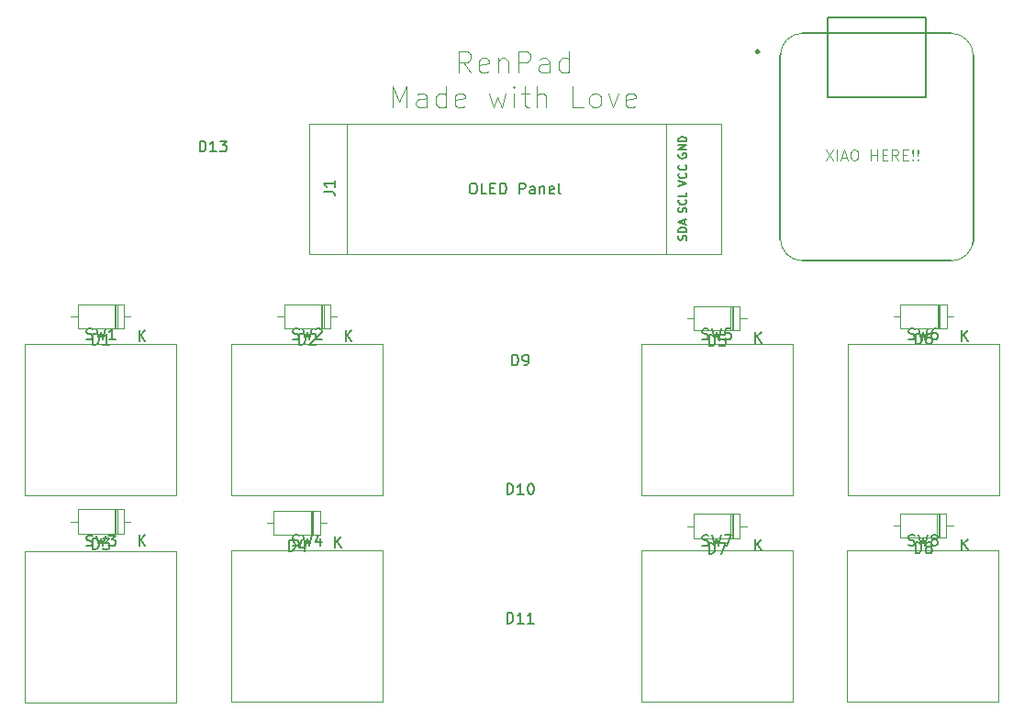
<source format=gbr>
%TF.GenerationSoftware,KiCad,Pcbnew,9.0.7*%
%TF.CreationDate,2026-02-18T12:12:19+05:30*%
%TF.ProjectId,RenPad,52656e50-6164-42e6-9b69-6361645f7063,rev?*%
%TF.SameCoordinates,Original*%
%TF.FileFunction,Legend,Top*%
%TF.FilePolarity,Positive*%
%FSLAX46Y46*%
G04 Gerber Fmt 4.6, Leading zero omitted, Abs format (unit mm)*
G04 Created by KiCad (PCBNEW 9.0.7) date 2026-02-18 12:12:19*
%MOMM*%
%LPD*%
G01*
G04 APERTURE LIST*
%ADD10C,0.100000*%
%ADD11C,0.150000*%
%ADD12C,0.200000*%
%ADD13C,0.120000*%
%ADD14C,0.040000*%
%ADD15C,0.127000*%
%ADD16C,0.254000*%
%ADD17C,0.025400*%
G04 APERTURE END LIST*
D10*
X174039896Y-63166169D02*
X174706562Y-64166169D01*
X174706562Y-63166169D02*
X174039896Y-64166169D01*
X175087515Y-64166169D02*
X175087515Y-63166169D01*
X175516086Y-63880454D02*
X175992276Y-63880454D01*
X175420848Y-64166169D02*
X175754181Y-63166169D01*
X175754181Y-63166169D02*
X176087514Y-64166169D01*
X176611324Y-63166169D02*
X176801800Y-63166169D01*
X176801800Y-63166169D02*
X176897038Y-63213788D01*
X176897038Y-63213788D02*
X176992276Y-63309026D01*
X176992276Y-63309026D02*
X177039895Y-63499502D01*
X177039895Y-63499502D02*
X177039895Y-63832835D01*
X177039895Y-63832835D02*
X176992276Y-64023311D01*
X176992276Y-64023311D02*
X176897038Y-64118550D01*
X176897038Y-64118550D02*
X176801800Y-64166169D01*
X176801800Y-64166169D02*
X176611324Y-64166169D01*
X176611324Y-64166169D02*
X176516086Y-64118550D01*
X176516086Y-64118550D02*
X176420848Y-64023311D01*
X176420848Y-64023311D02*
X176373229Y-63832835D01*
X176373229Y-63832835D02*
X176373229Y-63499502D01*
X176373229Y-63499502D02*
X176420848Y-63309026D01*
X176420848Y-63309026D02*
X176516086Y-63213788D01*
X176516086Y-63213788D02*
X176611324Y-63166169D01*
X178230372Y-64166169D02*
X178230372Y-63166169D01*
X178230372Y-63642359D02*
X178801800Y-63642359D01*
X178801800Y-64166169D02*
X178801800Y-63166169D01*
X179277991Y-63642359D02*
X179611324Y-63642359D01*
X179754181Y-64166169D02*
X179277991Y-64166169D01*
X179277991Y-64166169D02*
X179277991Y-63166169D01*
X179277991Y-63166169D02*
X179754181Y-63166169D01*
X180754181Y-64166169D02*
X180420848Y-63689978D01*
X180182753Y-64166169D02*
X180182753Y-63166169D01*
X180182753Y-63166169D02*
X180563705Y-63166169D01*
X180563705Y-63166169D02*
X180658943Y-63213788D01*
X180658943Y-63213788D02*
X180706562Y-63261407D01*
X180706562Y-63261407D02*
X180754181Y-63356645D01*
X180754181Y-63356645D02*
X180754181Y-63499502D01*
X180754181Y-63499502D02*
X180706562Y-63594740D01*
X180706562Y-63594740D02*
X180658943Y-63642359D01*
X180658943Y-63642359D02*
X180563705Y-63689978D01*
X180563705Y-63689978D02*
X180182753Y-63689978D01*
X181182753Y-63642359D02*
X181516086Y-63642359D01*
X181658943Y-64166169D02*
X181182753Y-64166169D01*
X181182753Y-64166169D02*
X181182753Y-63166169D01*
X181182753Y-63166169D02*
X181658943Y-63166169D01*
X182087515Y-64070930D02*
X182135134Y-64118550D01*
X182135134Y-64118550D02*
X182087515Y-64166169D01*
X182087515Y-64166169D02*
X182039896Y-64118550D01*
X182039896Y-64118550D02*
X182087515Y-64070930D01*
X182087515Y-64070930D02*
X182087515Y-64166169D01*
X182087515Y-63785216D02*
X182039896Y-63213788D01*
X182039896Y-63213788D02*
X182087515Y-63166169D01*
X182087515Y-63166169D02*
X182135134Y-63213788D01*
X182135134Y-63213788D02*
X182087515Y-63785216D01*
X182087515Y-63785216D02*
X182087515Y-63166169D01*
X182563705Y-64070930D02*
X182611324Y-64118550D01*
X182611324Y-64118550D02*
X182563705Y-64166169D01*
X182563705Y-64166169D02*
X182516086Y-64118550D01*
X182516086Y-64118550D02*
X182563705Y-64070930D01*
X182563705Y-64070930D02*
X182563705Y-64166169D01*
X182563705Y-63785216D02*
X182516086Y-63213788D01*
X182516086Y-63213788D02*
X182563705Y-63166169D01*
X182563705Y-63166169D02*
X182611324Y-63213788D01*
X182611324Y-63213788D02*
X182563705Y-63785216D01*
X182563705Y-63785216D02*
X182563705Y-63166169D01*
X141303868Y-56061400D02*
X140637201Y-55109019D01*
X140161011Y-56061400D02*
X140161011Y-54061400D01*
X140161011Y-54061400D02*
X140922916Y-54061400D01*
X140922916Y-54061400D02*
X141113392Y-54156638D01*
X141113392Y-54156638D02*
X141208630Y-54251876D01*
X141208630Y-54251876D02*
X141303868Y-54442352D01*
X141303868Y-54442352D02*
X141303868Y-54728066D01*
X141303868Y-54728066D02*
X141208630Y-54918542D01*
X141208630Y-54918542D02*
X141113392Y-55013781D01*
X141113392Y-55013781D02*
X140922916Y-55109019D01*
X140922916Y-55109019D02*
X140161011Y-55109019D01*
X142922916Y-55966162D02*
X142732440Y-56061400D01*
X142732440Y-56061400D02*
X142351487Y-56061400D01*
X142351487Y-56061400D02*
X142161011Y-55966162D01*
X142161011Y-55966162D02*
X142065773Y-55775685D01*
X142065773Y-55775685D02*
X142065773Y-55013781D01*
X142065773Y-55013781D02*
X142161011Y-54823304D01*
X142161011Y-54823304D02*
X142351487Y-54728066D01*
X142351487Y-54728066D02*
X142732440Y-54728066D01*
X142732440Y-54728066D02*
X142922916Y-54823304D01*
X142922916Y-54823304D02*
X143018154Y-55013781D01*
X143018154Y-55013781D02*
X143018154Y-55204257D01*
X143018154Y-55204257D02*
X142065773Y-55394733D01*
X143875297Y-54728066D02*
X143875297Y-56061400D01*
X143875297Y-54918542D02*
X143970535Y-54823304D01*
X143970535Y-54823304D02*
X144161011Y-54728066D01*
X144161011Y-54728066D02*
X144446726Y-54728066D01*
X144446726Y-54728066D02*
X144637202Y-54823304D01*
X144637202Y-54823304D02*
X144732440Y-55013781D01*
X144732440Y-55013781D02*
X144732440Y-56061400D01*
X145684821Y-56061400D02*
X145684821Y-54061400D01*
X145684821Y-54061400D02*
X146446726Y-54061400D01*
X146446726Y-54061400D02*
X146637202Y-54156638D01*
X146637202Y-54156638D02*
X146732440Y-54251876D01*
X146732440Y-54251876D02*
X146827678Y-54442352D01*
X146827678Y-54442352D02*
X146827678Y-54728066D01*
X146827678Y-54728066D02*
X146732440Y-54918542D01*
X146732440Y-54918542D02*
X146637202Y-55013781D01*
X146637202Y-55013781D02*
X146446726Y-55109019D01*
X146446726Y-55109019D02*
X145684821Y-55109019D01*
X148541964Y-56061400D02*
X148541964Y-55013781D01*
X148541964Y-55013781D02*
X148446726Y-54823304D01*
X148446726Y-54823304D02*
X148256250Y-54728066D01*
X148256250Y-54728066D02*
X147875297Y-54728066D01*
X147875297Y-54728066D02*
X147684821Y-54823304D01*
X148541964Y-55966162D02*
X148351488Y-56061400D01*
X148351488Y-56061400D02*
X147875297Y-56061400D01*
X147875297Y-56061400D02*
X147684821Y-55966162D01*
X147684821Y-55966162D02*
X147589583Y-55775685D01*
X147589583Y-55775685D02*
X147589583Y-55585209D01*
X147589583Y-55585209D02*
X147684821Y-55394733D01*
X147684821Y-55394733D02*
X147875297Y-55299495D01*
X147875297Y-55299495D02*
X148351488Y-55299495D01*
X148351488Y-55299495D02*
X148541964Y-55204257D01*
X150351488Y-56061400D02*
X150351488Y-54061400D01*
X150351488Y-55966162D02*
X150161012Y-56061400D01*
X150161012Y-56061400D02*
X149780059Y-56061400D01*
X149780059Y-56061400D02*
X149589583Y-55966162D01*
X149589583Y-55966162D02*
X149494345Y-55870923D01*
X149494345Y-55870923D02*
X149399107Y-55680447D01*
X149399107Y-55680447D02*
X149399107Y-55109019D01*
X149399107Y-55109019D02*
X149494345Y-54918542D01*
X149494345Y-54918542D02*
X149589583Y-54823304D01*
X149589583Y-54823304D02*
X149780059Y-54728066D01*
X149780059Y-54728066D02*
X150161012Y-54728066D01*
X150161012Y-54728066D02*
X150351488Y-54823304D01*
X134065772Y-59281288D02*
X134065772Y-57281288D01*
X134065772Y-57281288D02*
X134732439Y-58709859D01*
X134732439Y-58709859D02*
X135399105Y-57281288D01*
X135399105Y-57281288D02*
X135399105Y-59281288D01*
X137208629Y-59281288D02*
X137208629Y-58233669D01*
X137208629Y-58233669D02*
X137113391Y-58043192D01*
X137113391Y-58043192D02*
X136922915Y-57947954D01*
X136922915Y-57947954D02*
X136541962Y-57947954D01*
X136541962Y-57947954D02*
X136351486Y-58043192D01*
X137208629Y-59186050D02*
X137018153Y-59281288D01*
X137018153Y-59281288D02*
X136541962Y-59281288D01*
X136541962Y-59281288D02*
X136351486Y-59186050D01*
X136351486Y-59186050D02*
X136256248Y-58995573D01*
X136256248Y-58995573D02*
X136256248Y-58805097D01*
X136256248Y-58805097D02*
X136351486Y-58614621D01*
X136351486Y-58614621D02*
X136541962Y-58519383D01*
X136541962Y-58519383D02*
X137018153Y-58519383D01*
X137018153Y-58519383D02*
X137208629Y-58424145D01*
X139018153Y-59281288D02*
X139018153Y-57281288D01*
X139018153Y-59186050D02*
X138827677Y-59281288D01*
X138827677Y-59281288D02*
X138446724Y-59281288D01*
X138446724Y-59281288D02*
X138256248Y-59186050D01*
X138256248Y-59186050D02*
X138161010Y-59090811D01*
X138161010Y-59090811D02*
X138065772Y-58900335D01*
X138065772Y-58900335D02*
X138065772Y-58328907D01*
X138065772Y-58328907D02*
X138161010Y-58138430D01*
X138161010Y-58138430D02*
X138256248Y-58043192D01*
X138256248Y-58043192D02*
X138446724Y-57947954D01*
X138446724Y-57947954D02*
X138827677Y-57947954D01*
X138827677Y-57947954D02*
X139018153Y-58043192D01*
X140732439Y-59186050D02*
X140541963Y-59281288D01*
X140541963Y-59281288D02*
X140161010Y-59281288D01*
X140161010Y-59281288D02*
X139970534Y-59186050D01*
X139970534Y-59186050D02*
X139875296Y-58995573D01*
X139875296Y-58995573D02*
X139875296Y-58233669D01*
X139875296Y-58233669D02*
X139970534Y-58043192D01*
X139970534Y-58043192D02*
X140161010Y-57947954D01*
X140161010Y-57947954D02*
X140541963Y-57947954D01*
X140541963Y-57947954D02*
X140732439Y-58043192D01*
X140732439Y-58043192D02*
X140827677Y-58233669D01*
X140827677Y-58233669D02*
X140827677Y-58424145D01*
X140827677Y-58424145D02*
X139875296Y-58614621D01*
X143018154Y-57947954D02*
X143399106Y-59281288D01*
X143399106Y-59281288D02*
X143780059Y-58328907D01*
X143780059Y-58328907D02*
X144161011Y-59281288D01*
X144161011Y-59281288D02*
X144541963Y-57947954D01*
X145303868Y-59281288D02*
X145303868Y-57947954D01*
X145303868Y-57281288D02*
X145208630Y-57376526D01*
X145208630Y-57376526D02*
X145303868Y-57471764D01*
X145303868Y-57471764D02*
X145399106Y-57376526D01*
X145399106Y-57376526D02*
X145303868Y-57281288D01*
X145303868Y-57281288D02*
X145303868Y-57471764D01*
X145970535Y-57947954D02*
X146732439Y-57947954D01*
X146256249Y-57281288D02*
X146256249Y-58995573D01*
X146256249Y-58995573D02*
X146351487Y-59186050D01*
X146351487Y-59186050D02*
X146541963Y-59281288D01*
X146541963Y-59281288D02*
X146732439Y-59281288D01*
X147399106Y-59281288D02*
X147399106Y-57281288D01*
X148256249Y-59281288D02*
X148256249Y-58233669D01*
X148256249Y-58233669D02*
X148161011Y-58043192D01*
X148161011Y-58043192D02*
X147970535Y-57947954D01*
X147970535Y-57947954D02*
X147684820Y-57947954D01*
X147684820Y-57947954D02*
X147494344Y-58043192D01*
X147494344Y-58043192D02*
X147399106Y-58138430D01*
X151684821Y-59281288D02*
X150732440Y-59281288D01*
X150732440Y-59281288D02*
X150732440Y-57281288D01*
X152637202Y-59281288D02*
X152446726Y-59186050D01*
X152446726Y-59186050D02*
X152351488Y-59090811D01*
X152351488Y-59090811D02*
X152256250Y-58900335D01*
X152256250Y-58900335D02*
X152256250Y-58328907D01*
X152256250Y-58328907D02*
X152351488Y-58138430D01*
X152351488Y-58138430D02*
X152446726Y-58043192D01*
X152446726Y-58043192D02*
X152637202Y-57947954D01*
X152637202Y-57947954D02*
X152922917Y-57947954D01*
X152922917Y-57947954D02*
X153113393Y-58043192D01*
X153113393Y-58043192D02*
X153208631Y-58138430D01*
X153208631Y-58138430D02*
X153303869Y-58328907D01*
X153303869Y-58328907D02*
X153303869Y-58900335D01*
X153303869Y-58900335D02*
X153208631Y-59090811D01*
X153208631Y-59090811D02*
X153113393Y-59186050D01*
X153113393Y-59186050D02*
X152922917Y-59281288D01*
X152922917Y-59281288D02*
X152637202Y-59281288D01*
X153970536Y-57947954D02*
X154446726Y-59281288D01*
X154446726Y-59281288D02*
X154922917Y-57947954D01*
X156446727Y-59186050D02*
X156256251Y-59281288D01*
X156256251Y-59281288D02*
X155875298Y-59281288D01*
X155875298Y-59281288D02*
X155684822Y-59186050D01*
X155684822Y-59186050D02*
X155589584Y-58995573D01*
X155589584Y-58995573D02*
X155589584Y-58233669D01*
X155589584Y-58233669D02*
X155684822Y-58043192D01*
X155684822Y-58043192D02*
X155875298Y-57947954D01*
X155875298Y-57947954D02*
X156256251Y-57947954D01*
X156256251Y-57947954D02*
X156446727Y-58043192D01*
X156446727Y-58043192D02*
X156541965Y-58233669D01*
X156541965Y-58233669D02*
X156541965Y-58424145D01*
X156541965Y-58424145D02*
X155589584Y-58614621D01*
D11*
X163270305Y-100490819D02*
X163270305Y-99490819D01*
X163270305Y-99490819D02*
X163508400Y-99490819D01*
X163508400Y-99490819D02*
X163651257Y-99538438D01*
X163651257Y-99538438D02*
X163746495Y-99633676D01*
X163746495Y-99633676D02*
X163794114Y-99728914D01*
X163794114Y-99728914D02*
X163841733Y-99919390D01*
X163841733Y-99919390D02*
X163841733Y-100062247D01*
X163841733Y-100062247D02*
X163794114Y-100252723D01*
X163794114Y-100252723D02*
X163746495Y-100347961D01*
X163746495Y-100347961D02*
X163651257Y-100443200D01*
X163651257Y-100443200D02*
X163508400Y-100490819D01*
X163508400Y-100490819D02*
X163270305Y-100490819D01*
X164175067Y-99490819D02*
X164841733Y-99490819D01*
X164841733Y-99490819D02*
X164413162Y-100490819D01*
X167556495Y-100170819D02*
X167556495Y-99170819D01*
X168127923Y-100170819D02*
X167699352Y-99599390D01*
X168127923Y-99170819D02*
X167556495Y-99742247D01*
X105822967Y-80639400D02*
X105965824Y-80687019D01*
X105965824Y-80687019D02*
X106203919Y-80687019D01*
X106203919Y-80687019D02*
X106299157Y-80639400D01*
X106299157Y-80639400D02*
X106346776Y-80591780D01*
X106346776Y-80591780D02*
X106394395Y-80496542D01*
X106394395Y-80496542D02*
X106394395Y-80401304D01*
X106394395Y-80401304D02*
X106346776Y-80306066D01*
X106346776Y-80306066D02*
X106299157Y-80258447D01*
X106299157Y-80258447D02*
X106203919Y-80210828D01*
X106203919Y-80210828D02*
X106013443Y-80163209D01*
X106013443Y-80163209D02*
X105918205Y-80115590D01*
X105918205Y-80115590D02*
X105870586Y-80067971D01*
X105870586Y-80067971D02*
X105822967Y-79972733D01*
X105822967Y-79972733D02*
X105822967Y-79877495D01*
X105822967Y-79877495D02*
X105870586Y-79782257D01*
X105870586Y-79782257D02*
X105918205Y-79734638D01*
X105918205Y-79734638D02*
X106013443Y-79687019D01*
X106013443Y-79687019D02*
X106251538Y-79687019D01*
X106251538Y-79687019D02*
X106394395Y-79734638D01*
X106727729Y-79687019D02*
X106965824Y-80687019D01*
X106965824Y-80687019D02*
X107156300Y-79972733D01*
X107156300Y-79972733D02*
X107346776Y-80687019D01*
X107346776Y-80687019D02*
X107584872Y-79687019D01*
X108489633Y-80687019D02*
X107918205Y-80687019D01*
X108203919Y-80687019D02*
X108203919Y-79687019D01*
X108203919Y-79687019D02*
X108108681Y-79829876D01*
X108108681Y-79829876D02*
X108013443Y-79925114D01*
X108013443Y-79925114D02*
X107918205Y-79972733D01*
X124872967Y-99689400D02*
X125015824Y-99737019D01*
X125015824Y-99737019D02*
X125253919Y-99737019D01*
X125253919Y-99737019D02*
X125349157Y-99689400D01*
X125349157Y-99689400D02*
X125396776Y-99641780D01*
X125396776Y-99641780D02*
X125444395Y-99546542D01*
X125444395Y-99546542D02*
X125444395Y-99451304D01*
X125444395Y-99451304D02*
X125396776Y-99356066D01*
X125396776Y-99356066D02*
X125349157Y-99308447D01*
X125349157Y-99308447D02*
X125253919Y-99260828D01*
X125253919Y-99260828D02*
X125063443Y-99213209D01*
X125063443Y-99213209D02*
X124968205Y-99165590D01*
X124968205Y-99165590D02*
X124920586Y-99117971D01*
X124920586Y-99117971D02*
X124872967Y-99022733D01*
X124872967Y-99022733D02*
X124872967Y-98927495D01*
X124872967Y-98927495D02*
X124920586Y-98832257D01*
X124920586Y-98832257D02*
X124968205Y-98784638D01*
X124968205Y-98784638D02*
X125063443Y-98737019D01*
X125063443Y-98737019D02*
X125301538Y-98737019D01*
X125301538Y-98737019D02*
X125444395Y-98784638D01*
X125777729Y-98737019D02*
X126015824Y-99737019D01*
X126015824Y-99737019D02*
X126206300Y-99022733D01*
X126206300Y-99022733D02*
X126396776Y-99737019D01*
X126396776Y-99737019D02*
X126634872Y-98737019D01*
X127444395Y-99070352D02*
X127444395Y-99737019D01*
X127206300Y-98689400D02*
X126968205Y-99403685D01*
X126968205Y-99403685D02*
X127587252Y-99403685D01*
X106418205Y-100064819D02*
X106418205Y-99064819D01*
X106418205Y-99064819D02*
X106656300Y-99064819D01*
X106656300Y-99064819D02*
X106799157Y-99112438D01*
X106799157Y-99112438D02*
X106894395Y-99207676D01*
X106894395Y-99207676D02*
X106942014Y-99302914D01*
X106942014Y-99302914D02*
X106989633Y-99493390D01*
X106989633Y-99493390D02*
X106989633Y-99636247D01*
X106989633Y-99636247D02*
X106942014Y-99826723D01*
X106942014Y-99826723D02*
X106894395Y-99921961D01*
X106894395Y-99921961D02*
X106799157Y-100017200D01*
X106799157Y-100017200D02*
X106656300Y-100064819D01*
X106656300Y-100064819D02*
X106418205Y-100064819D01*
X107322967Y-99064819D02*
X107942014Y-99064819D01*
X107942014Y-99064819D02*
X107608681Y-99445771D01*
X107608681Y-99445771D02*
X107751538Y-99445771D01*
X107751538Y-99445771D02*
X107846776Y-99493390D01*
X107846776Y-99493390D02*
X107894395Y-99541009D01*
X107894395Y-99541009D02*
X107942014Y-99636247D01*
X107942014Y-99636247D02*
X107942014Y-99874342D01*
X107942014Y-99874342D02*
X107894395Y-99969580D01*
X107894395Y-99969580D02*
X107846776Y-100017200D01*
X107846776Y-100017200D02*
X107751538Y-100064819D01*
X107751538Y-100064819D02*
X107465824Y-100064819D01*
X107465824Y-100064819D02*
X107370586Y-100017200D01*
X107370586Y-100017200D02*
X107322967Y-99969580D01*
X110704395Y-99744819D02*
X110704395Y-98744819D01*
X111275823Y-99744819D02*
X110847252Y-99173390D01*
X111275823Y-98744819D02*
X110704395Y-99316247D01*
X162655467Y-80639400D02*
X162798324Y-80687019D01*
X162798324Y-80687019D02*
X163036419Y-80687019D01*
X163036419Y-80687019D02*
X163131657Y-80639400D01*
X163131657Y-80639400D02*
X163179276Y-80591780D01*
X163179276Y-80591780D02*
X163226895Y-80496542D01*
X163226895Y-80496542D02*
X163226895Y-80401304D01*
X163226895Y-80401304D02*
X163179276Y-80306066D01*
X163179276Y-80306066D02*
X163131657Y-80258447D01*
X163131657Y-80258447D02*
X163036419Y-80210828D01*
X163036419Y-80210828D02*
X162845943Y-80163209D01*
X162845943Y-80163209D02*
X162750705Y-80115590D01*
X162750705Y-80115590D02*
X162703086Y-80067971D01*
X162703086Y-80067971D02*
X162655467Y-79972733D01*
X162655467Y-79972733D02*
X162655467Y-79877495D01*
X162655467Y-79877495D02*
X162703086Y-79782257D01*
X162703086Y-79782257D02*
X162750705Y-79734638D01*
X162750705Y-79734638D02*
X162845943Y-79687019D01*
X162845943Y-79687019D02*
X163084038Y-79687019D01*
X163084038Y-79687019D02*
X163226895Y-79734638D01*
X163560229Y-79687019D02*
X163798324Y-80687019D01*
X163798324Y-80687019D02*
X163988800Y-79972733D01*
X163988800Y-79972733D02*
X164179276Y-80687019D01*
X164179276Y-80687019D02*
X164417372Y-79687019D01*
X165274514Y-79687019D02*
X164798324Y-79687019D01*
X164798324Y-79687019D02*
X164750705Y-80163209D01*
X164750705Y-80163209D02*
X164798324Y-80115590D01*
X164798324Y-80115590D02*
X164893562Y-80067971D01*
X164893562Y-80067971D02*
X165131657Y-80067971D01*
X165131657Y-80067971D02*
X165226895Y-80115590D01*
X165226895Y-80115590D02*
X165274514Y-80163209D01*
X165274514Y-80163209D02*
X165322133Y-80258447D01*
X165322133Y-80258447D02*
X165322133Y-80496542D01*
X165322133Y-80496542D02*
X165274514Y-80591780D01*
X165274514Y-80591780D02*
X165226895Y-80639400D01*
X165226895Y-80639400D02*
X165131657Y-80687019D01*
X165131657Y-80687019D02*
X164893562Y-80687019D01*
X164893562Y-80687019D02*
X164798324Y-80639400D01*
X164798324Y-80639400D02*
X164750705Y-80591780D01*
X125468205Y-81156019D02*
X125468205Y-80156019D01*
X125468205Y-80156019D02*
X125706300Y-80156019D01*
X125706300Y-80156019D02*
X125849157Y-80203638D01*
X125849157Y-80203638D02*
X125944395Y-80298876D01*
X125944395Y-80298876D02*
X125992014Y-80394114D01*
X125992014Y-80394114D02*
X126039633Y-80584590D01*
X126039633Y-80584590D02*
X126039633Y-80727447D01*
X126039633Y-80727447D02*
X125992014Y-80917923D01*
X125992014Y-80917923D02*
X125944395Y-81013161D01*
X125944395Y-81013161D02*
X125849157Y-81108400D01*
X125849157Y-81108400D02*
X125706300Y-81156019D01*
X125706300Y-81156019D02*
X125468205Y-81156019D01*
X126420586Y-80251257D02*
X126468205Y-80203638D01*
X126468205Y-80203638D02*
X126563443Y-80156019D01*
X126563443Y-80156019D02*
X126801538Y-80156019D01*
X126801538Y-80156019D02*
X126896776Y-80203638D01*
X126896776Y-80203638D02*
X126944395Y-80251257D01*
X126944395Y-80251257D02*
X126992014Y-80346495D01*
X126992014Y-80346495D02*
X126992014Y-80441733D01*
X126992014Y-80441733D02*
X126944395Y-80584590D01*
X126944395Y-80584590D02*
X126372967Y-81156019D01*
X126372967Y-81156019D02*
X126992014Y-81156019D01*
X129754395Y-80836019D02*
X129754395Y-79836019D01*
X130325823Y-80836019D02*
X129897252Y-80264590D01*
X130325823Y-79836019D02*
X129754395Y-80407447D01*
X181705467Y-80639400D02*
X181848324Y-80687019D01*
X181848324Y-80687019D02*
X182086419Y-80687019D01*
X182086419Y-80687019D02*
X182181657Y-80639400D01*
X182181657Y-80639400D02*
X182229276Y-80591780D01*
X182229276Y-80591780D02*
X182276895Y-80496542D01*
X182276895Y-80496542D02*
X182276895Y-80401304D01*
X182276895Y-80401304D02*
X182229276Y-80306066D01*
X182229276Y-80306066D02*
X182181657Y-80258447D01*
X182181657Y-80258447D02*
X182086419Y-80210828D01*
X182086419Y-80210828D02*
X181895943Y-80163209D01*
X181895943Y-80163209D02*
X181800705Y-80115590D01*
X181800705Y-80115590D02*
X181753086Y-80067971D01*
X181753086Y-80067971D02*
X181705467Y-79972733D01*
X181705467Y-79972733D02*
X181705467Y-79877495D01*
X181705467Y-79877495D02*
X181753086Y-79782257D01*
X181753086Y-79782257D02*
X181800705Y-79734638D01*
X181800705Y-79734638D02*
X181895943Y-79687019D01*
X181895943Y-79687019D02*
X182134038Y-79687019D01*
X182134038Y-79687019D02*
X182276895Y-79734638D01*
X182610229Y-79687019D02*
X182848324Y-80687019D01*
X182848324Y-80687019D02*
X183038800Y-79972733D01*
X183038800Y-79972733D02*
X183229276Y-80687019D01*
X183229276Y-80687019D02*
X183467372Y-79687019D01*
X184276895Y-79687019D02*
X184086419Y-79687019D01*
X184086419Y-79687019D02*
X183991181Y-79734638D01*
X183991181Y-79734638D02*
X183943562Y-79782257D01*
X183943562Y-79782257D02*
X183848324Y-79925114D01*
X183848324Y-79925114D02*
X183800705Y-80115590D01*
X183800705Y-80115590D02*
X183800705Y-80496542D01*
X183800705Y-80496542D02*
X183848324Y-80591780D01*
X183848324Y-80591780D02*
X183895943Y-80639400D01*
X183895943Y-80639400D02*
X183991181Y-80687019D01*
X183991181Y-80687019D02*
X184181657Y-80687019D01*
X184181657Y-80687019D02*
X184276895Y-80639400D01*
X184276895Y-80639400D02*
X184324514Y-80591780D01*
X184324514Y-80591780D02*
X184372133Y-80496542D01*
X184372133Y-80496542D02*
X184372133Y-80258447D01*
X184372133Y-80258447D02*
X184324514Y-80163209D01*
X184324514Y-80163209D02*
X184276895Y-80115590D01*
X184276895Y-80115590D02*
X184181657Y-80067971D01*
X184181657Y-80067971D02*
X183991181Y-80067971D01*
X183991181Y-80067971D02*
X183895943Y-80115590D01*
X183895943Y-80115590D02*
X183848324Y-80163209D01*
X183848324Y-80163209D02*
X183800705Y-80258447D01*
X127726119Y-67033333D02*
X128440404Y-67033333D01*
X128440404Y-67033333D02*
X128583261Y-67080952D01*
X128583261Y-67080952D02*
X128678500Y-67176190D01*
X128678500Y-67176190D02*
X128726119Y-67319047D01*
X128726119Y-67319047D02*
X128726119Y-67414285D01*
X128726119Y-66033333D02*
X128726119Y-66604761D01*
X128726119Y-66319047D02*
X127726119Y-66319047D01*
X127726119Y-66319047D02*
X127868976Y-66414285D01*
X127868976Y-66414285D02*
X127964214Y-66509523D01*
X127964214Y-66509523D02*
X128011833Y-66604761D01*
X141442728Y-66244819D02*
X141633204Y-66244819D01*
X141633204Y-66244819D02*
X141728442Y-66292438D01*
X141728442Y-66292438D02*
X141823680Y-66387676D01*
X141823680Y-66387676D02*
X141871299Y-66578152D01*
X141871299Y-66578152D02*
X141871299Y-66911485D01*
X141871299Y-66911485D02*
X141823680Y-67101961D01*
X141823680Y-67101961D02*
X141728442Y-67197200D01*
X141728442Y-67197200D02*
X141633204Y-67244819D01*
X141633204Y-67244819D02*
X141442728Y-67244819D01*
X141442728Y-67244819D02*
X141347490Y-67197200D01*
X141347490Y-67197200D02*
X141252252Y-67101961D01*
X141252252Y-67101961D02*
X141204633Y-66911485D01*
X141204633Y-66911485D02*
X141204633Y-66578152D01*
X141204633Y-66578152D02*
X141252252Y-66387676D01*
X141252252Y-66387676D02*
X141347490Y-66292438D01*
X141347490Y-66292438D02*
X141442728Y-66244819D01*
X142776061Y-67244819D02*
X142299871Y-67244819D01*
X142299871Y-67244819D02*
X142299871Y-66244819D01*
X143109395Y-66721009D02*
X143442728Y-66721009D01*
X143585585Y-67244819D02*
X143109395Y-67244819D01*
X143109395Y-67244819D02*
X143109395Y-66244819D01*
X143109395Y-66244819D02*
X143585585Y-66244819D01*
X144014157Y-67244819D02*
X144014157Y-66244819D01*
X144014157Y-66244819D02*
X144252252Y-66244819D01*
X144252252Y-66244819D02*
X144395109Y-66292438D01*
X144395109Y-66292438D02*
X144490347Y-66387676D01*
X144490347Y-66387676D02*
X144537966Y-66482914D01*
X144537966Y-66482914D02*
X144585585Y-66673390D01*
X144585585Y-66673390D02*
X144585585Y-66816247D01*
X144585585Y-66816247D02*
X144537966Y-67006723D01*
X144537966Y-67006723D02*
X144490347Y-67101961D01*
X144490347Y-67101961D02*
X144395109Y-67197200D01*
X144395109Y-67197200D02*
X144252252Y-67244819D01*
X144252252Y-67244819D02*
X144014157Y-67244819D01*
X145776062Y-67244819D02*
X145776062Y-66244819D01*
X145776062Y-66244819D02*
X146157014Y-66244819D01*
X146157014Y-66244819D02*
X146252252Y-66292438D01*
X146252252Y-66292438D02*
X146299871Y-66340057D01*
X146299871Y-66340057D02*
X146347490Y-66435295D01*
X146347490Y-66435295D02*
X146347490Y-66578152D01*
X146347490Y-66578152D02*
X146299871Y-66673390D01*
X146299871Y-66673390D02*
X146252252Y-66721009D01*
X146252252Y-66721009D02*
X146157014Y-66768628D01*
X146157014Y-66768628D02*
X145776062Y-66768628D01*
X147204633Y-67244819D02*
X147204633Y-66721009D01*
X147204633Y-66721009D02*
X147157014Y-66625771D01*
X147157014Y-66625771D02*
X147061776Y-66578152D01*
X147061776Y-66578152D02*
X146871300Y-66578152D01*
X146871300Y-66578152D02*
X146776062Y-66625771D01*
X147204633Y-67197200D02*
X147109395Y-67244819D01*
X147109395Y-67244819D02*
X146871300Y-67244819D01*
X146871300Y-67244819D02*
X146776062Y-67197200D01*
X146776062Y-67197200D02*
X146728443Y-67101961D01*
X146728443Y-67101961D02*
X146728443Y-67006723D01*
X146728443Y-67006723D02*
X146776062Y-66911485D01*
X146776062Y-66911485D02*
X146871300Y-66863866D01*
X146871300Y-66863866D02*
X147109395Y-66863866D01*
X147109395Y-66863866D02*
X147204633Y-66816247D01*
X147680824Y-66578152D02*
X147680824Y-67244819D01*
X147680824Y-66673390D02*
X147728443Y-66625771D01*
X147728443Y-66625771D02*
X147823681Y-66578152D01*
X147823681Y-66578152D02*
X147966538Y-66578152D01*
X147966538Y-66578152D02*
X148061776Y-66625771D01*
X148061776Y-66625771D02*
X148109395Y-66721009D01*
X148109395Y-66721009D02*
X148109395Y-67244819D01*
X148966538Y-67197200D02*
X148871300Y-67244819D01*
X148871300Y-67244819D02*
X148680824Y-67244819D01*
X148680824Y-67244819D02*
X148585586Y-67197200D01*
X148585586Y-67197200D02*
X148537967Y-67101961D01*
X148537967Y-67101961D02*
X148537967Y-66721009D01*
X148537967Y-66721009D02*
X148585586Y-66625771D01*
X148585586Y-66625771D02*
X148680824Y-66578152D01*
X148680824Y-66578152D02*
X148871300Y-66578152D01*
X148871300Y-66578152D02*
X148966538Y-66625771D01*
X148966538Y-66625771D02*
X149014157Y-66721009D01*
X149014157Y-66721009D02*
X149014157Y-66816247D01*
X149014157Y-66816247D02*
X148537967Y-66911485D01*
X149585586Y-67244819D02*
X149490348Y-67197200D01*
X149490348Y-67197200D02*
X149442729Y-67101961D01*
X149442729Y-67101961D02*
X149442729Y-66244819D01*
X160496178Y-63551428D02*
X160460464Y-63622857D01*
X160460464Y-63622857D02*
X160460464Y-63729999D01*
X160460464Y-63729999D02*
X160496178Y-63837142D01*
X160496178Y-63837142D02*
X160567607Y-63908571D01*
X160567607Y-63908571D02*
X160639035Y-63944285D01*
X160639035Y-63944285D02*
X160781892Y-63979999D01*
X160781892Y-63979999D02*
X160889035Y-63979999D01*
X160889035Y-63979999D02*
X161031892Y-63944285D01*
X161031892Y-63944285D02*
X161103321Y-63908571D01*
X161103321Y-63908571D02*
X161174750Y-63837142D01*
X161174750Y-63837142D02*
X161210464Y-63729999D01*
X161210464Y-63729999D02*
X161210464Y-63658571D01*
X161210464Y-63658571D02*
X161174750Y-63551428D01*
X161174750Y-63551428D02*
X161139035Y-63515714D01*
X161139035Y-63515714D02*
X160889035Y-63515714D01*
X160889035Y-63515714D02*
X160889035Y-63658571D01*
X161210464Y-63194285D02*
X160460464Y-63194285D01*
X160460464Y-63194285D02*
X161210464Y-62765714D01*
X161210464Y-62765714D02*
X160460464Y-62765714D01*
X161210464Y-62408571D02*
X160460464Y-62408571D01*
X160460464Y-62408571D02*
X160460464Y-62230000D01*
X160460464Y-62230000D02*
X160496178Y-62122857D01*
X160496178Y-62122857D02*
X160567607Y-62051428D01*
X160567607Y-62051428D02*
X160639035Y-62015714D01*
X160639035Y-62015714D02*
X160781892Y-61980000D01*
X160781892Y-61980000D02*
X160889035Y-61980000D01*
X160889035Y-61980000D02*
X161031892Y-62015714D01*
X161031892Y-62015714D02*
X161103321Y-62051428D01*
X161103321Y-62051428D02*
X161174750Y-62122857D01*
X161174750Y-62122857D02*
X161210464Y-62230000D01*
X161210464Y-62230000D02*
X161210464Y-62408571D01*
X160460464Y-66519999D02*
X161210464Y-66269999D01*
X161210464Y-66269999D02*
X160460464Y-66019999D01*
X161139035Y-65341428D02*
X161174750Y-65377142D01*
X161174750Y-65377142D02*
X161210464Y-65484285D01*
X161210464Y-65484285D02*
X161210464Y-65555713D01*
X161210464Y-65555713D02*
X161174750Y-65662856D01*
X161174750Y-65662856D02*
X161103321Y-65734285D01*
X161103321Y-65734285D02*
X161031892Y-65769999D01*
X161031892Y-65769999D02*
X160889035Y-65805713D01*
X160889035Y-65805713D02*
X160781892Y-65805713D01*
X160781892Y-65805713D02*
X160639035Y-65769999D01*
X160639035Y-65769999D02*
X160567607Y-65734285D01*
X160567607Y-65734285D02*
X160496178Y-65662856D01*
X160496178Y-65662856D02*
X160460464Y-65555713D01*
X160460464Y-65555713D02*
X160460464Y-65484285D01*
X160460464Y-65484285D02*
X160496178Y-65377142D01*
X160496178Y-65377142D02*
X160531892Y-65341428D01*
X161139035Y-64591428D02*
X161174750Y-64627142D01*
X161174750Y-64627142D02*
X161210464Y-64734285D01*
X161210464Y-64734285D02*
X161210464Y-64805713D01*
X161210464Y-64805713D02*
X161174750Y-64912856D01*
X161174750Y-64912856D02*
X161103321Y-64984285D01*
X161103321Y-64984285D02*
X161031892Y-65019999D01*
X161031892Y-65019999D02*
X160889035Y-65055713D01*
X160889035Y-65055713D02*
X160781892Y-65055713D01*
X160781892Y-65055713D02*
X160639035Y-65019999D01*
X160639035Y-65019999D02*
X160567607Y-64984285D01*
X160567607Y-64984285D02*
X160496178Y-64912856D01*
X160496178Y-64912856D02*
X160460464Y-64805713D01*
X160460464Y-64805713D02*
X160460464Y-64734285D01*
X160460464Y-64734285D02*
X160496178Y-64627142D01*
X160496178Y-64627142D02*
X160531892Y-64591428D01*
X161174750Y-68952856D02*
X161210464Y-68845714D01*
X161210464Y-68845714D02*
X161210464Y-68667142D01*
X161210464Y-68667142D02*
X161174750Y-68595714D01*
X161174750Y-68595714D02*
X161139035Y-68559999D01*
X161139035Y-68559999D02*
X161067607Y-68524285D01*
X161067607Y-68524285D02*
X160996178Y-68524285D01*
X160996178Y-68524285D02*
X160924750Y-68559999D01*
X160924750Y-68559999D02*
X160889035Y-68595714D01*
X160889035Y-68595714D02*
X160853321Y-68667142D01*
X160853321Y-68667142D02*
X160817607Y-68809999D01*
X160817607Y-68809999D02*
X160781892Y-68881428D01*
X160781892Y-68881428D02*
X160746178Y-68917142D01*
X160746178Y-68917142D02*
X160674750Y-68952856D01*
X160674750Y-68952856D02*
X160603321Y-68952856D01*
X160603321Y-68952856D02*
X160531892Y-68917142D01*
X160531892Y-68917142D02*
X160496178Y-68881428D01*
X160496178Y-68881428D02*
X160460464Y-68809999D01*
X160460464Y-68809999D02*
X160460464Y-68631428D01*
X160460464Y-68631428D02*
X160496178Y-68524285D01*
X161139035Y-67774285D02*
X161174750Y-67809999D01*
X161174750Y-67809999D02*
X161210464Y-67917142D01*
X161210464Y-67917142D02*
X161210464Y-67988570D01*
X161210464Y-67988570D02*
X161174750Y-68095713D01*
X161174750Y-68095713D02*
X161103321Y-68167142D01*
X161103321Y-68167142D02*
X161031892Y-68202856D01*
X161031892Y-68202856D02*
X160889035Y-68238570D01*
X160889035Y-68238570D02*
X160781892Y-68238570D01*
X160781892Y-68238570D02*
X160639035Y-68202856D01*
X160639035Y-68202856D02*
X160567607Y-68167142D01*
X160567607Y-68167142D02*
X160496178Y-68095713D01*
X160496178Y-68095713D02*
X160460464Y-67988570D01*
X160460464Y-67988570D02*
X160460464Y-67917142D01*
X160460464Y-67917142D02*
X160496178Y-67809999D01*
X160496178Y-67809999D02*
X160531892Y-67774285D01*
X161210464Y-67095713D02*
X161210464Y-67452856D01*
X161210464Y-67452856D02*
X160460464Y-67452856D01*
X161174750Y-71510713D02*
X161210464Y-71403571D01*
X161210464Y-71403571D02*
X161210464Y-71224999D01*
X161210464Y-71224999D02*
X161174750Y-71153571D01*
X161174750Y-71153571D02*
X161139035Y-71117856D01*
X161139035Y-71117856D02*
X161067607Y-71082142D01*
X161067607Y-71082142D02*
X160996178Y-71082142D01*
X160996178Y-71082142D02*
X160924750Y-71117856D01*
X160924750Y-71117856D02*
X160889035Y-71153571D01*
X160889035Y-71153571D02*
X160853321Y-71224999D01*
X160853321Y-71224999D02*
X160817607Y-71367856D01*
X160817607Y-71367856D02*
X160781892Y-71439285D01*
X160781892Y-71439285D02*
X160746178Y-71474999D01*
X160746178Y-71474999D02*
X160674750Y-71510713D01*
X160674750Y-71510713D02*
X160603321Y-71510713D01*
X160603321Y-71510713D02*
X160531892Y-71474999D01*
X160531892Y-71474999D02*
X160496178Y-71439285D01*
X160496178Y-71439285D02*
X160460464Y-71367856D01*
X160460464Y-71367856D02*
X160460464Y-71189285D01*
X160460464Y-71189285D02*
X160496178Y-71082142D01*
X161210464Y-70760713D02*
X160460464Y-70760713D01*
X160460464Y-70760713D02*
X160460464Y-70582142D01*
X160460464Y-70582142D02*
X160496178Y-70474999D01*
X160496178Y-70474999D02*
X160567607Y-70403570D01*
X160567607Y-70403570D02*
X160639035Y-70367856D01*
X160639035Y-70367856D02*
X160781892Y-70332142D01*
X160781892Y-70332142D02*
X160889035Y-70332142D01*
X160889035Y-70332142D02*
X161031892Y-70367856D01*
X161031892Y-70367856D02*
X161103321Y-70403570D01*
X161103321Y-70403570D02*
X161174750Y-70474999D01*
X161174750Y-70474999D02*
X161210464Y-70582142D01*
X161210464Y-70582142D02*
X161210464Y-70760713D01*
X160996178Y-70046427D02*
X160996178Y-69689285D01*
X161210464Y-70117856D02*
X160460464Y-69867856D01*
X160460464Y-69867856D02*
X161210464Y-69617856D01*
X182328505Y-100419619D02*
X182328505Y-99419619D01*
X182328505Y-99419619D02*
X182566600Y-99419619D01*
X182566600Y-99419619D02*
X182709457Y-99467238D01*
X182709457Y-99467238D02*
X182804695Y-99562476D01*
X182804695Y-99562476D02*
X182852314Y-99657714D01*
X182852314Y-99657714D02*
X182899933Y-99848190D01*
X182899933Y-99848190D02*
X182899933Y-99991047D01*
X182899933Y-99991047D02*
X182852314Y-100181523D01*
X182852314Y-100181523D02*
X182804695Y-100276761D01*
X182804695Y-100276761D02*
X182709457Y-100372000D01*
X182709457Y-100372000D02*
X182566600Y-100419619D01*
X182566600Y-100419619D02*
X182328505Y-100419619D01*
X183471362Y-99848190D02*
X183376124Y-99800571D01*
X183376124Y-99800571D02*
X183328505Y-99752952D01*
X183328505Y-99752952D02*
X183280886Y-99657714D01*
X183280886Y-99657714D02*
X183280886Y-99610095D01*
X183280886Y-99610095D02*
X183328505Y-99514857D01*
X183328505Y-99514857D02*
X183376124Y-99467238D01*
X183376124Y-99467238D02*
X183471362Y-99419619D01*
X183471362Y-99419619D02*
X183661838Y-99419619D01*
X183661838Y-99419619D02*
X183757076Y-99467238D01*
X183757076Y-99467238D02*
X183804695Y-99514857D01*
X183804695Y-99514857D02*
X183852314Y-99610095D01*
X183852314Y-99610095D02*
X183852314Y-99657714D01*
X183852314Y-99657714D02*
X183804695Y-99752952D01*
X183804695Y-99752952D02*
X183757076Y-99800571D01*
X183757076Y-99800571D02*
X183661838Y-99848190D01*
X183661838Y-99848190D02*
X183471362Y-99848190D01*
X183471362Y-99848190D02*
X183376124Y-99895809D01*
X183376124Y-99895809D02*
X183328505Y-99943428D01*
X183328505Y-99943428D02*
X183280886Y-100038666D01*
X183280886Y-100038666D02*
X183280886Y-100229142D01*
X183280886Y-100229142D02*
X183328505Y-100324380D01*
X183328505Y-100324380D02*
X183376124Y-100372000D01*
X183376124Y-100372000D02*
X183471362Y-100419619D01*
X183471362Y-100419619D02*
X183661838Y-100419619D01*
X183661838Y-100419619D02*
X183757076Y-100372000D01*
X183757076Y-100372000D02*
X183804695Y-100324380D01*
X183804695Y-100324380D02*
X183852314Y-100229142D01*
X183852314Y-100229142D02*
X183852314Y-100038666D01*
X183852314Y-100038666D02*
X183804695Y-99943428D01*
X183804695Y-99943428D02*
X183757076Y-99895809D01*
X183757076Y-99895809D02*
X183661838Y-99848190D01*
X186614695Y-100099619D02*
X186614695Y-99099619D01*
X187186123Y-100099619D02*
X186757552Y-99528190D01*
X187186123Y-99099619D02*
X186614695Y-99671047D01*
X124872967Y-80639400D02*
X125015824Y-80687019D01*
X125015824Y-80687019D02*
X125253919Y-80687019D01*
X125253919Y-80687019D02*
X125349157Y-80639400D01*
X125349157Y-80639400D02*
X125396776Y-80591780D01*
X125396776Y-80591780D02*
X125444395Y-80496542D01*
X125444395Y-80496542D02*
X125444395Y-80401304D01*
X125444395Y-80401304D02*
X125396776Y-80306066D01*
X125396776Y-80306066D02*
X125349157Y-80258447D01*
X125349157Y-80258447D02*
X125253919Y-80210828D01*
X125253919Y-80210828D02*
X125063443Y-80163209D01*
X125063443Y-80163209D02*
X124968205Y-80115590D01*
X124968205Y-80115590D02*
X124920586Y-80067971D01*
X124920586Y-80067971D02*
X124872967Y-79972733D01*
X124872967Y-79972733D02*
X124872967Y-79877495D01*
X124872967Y-79877495D02*
X124920586Y-79782257D01*
X124920586Y-79782257D02*
X124968205Y-79734638D01*
X124968205Y-79734638D02*
X125063443Y-79687019D01*
X125063443Y-79687019D02*
X125301538Y-79687019D01*
X125301538Y-79687019D02*
X125444395Y-79734638D01*
X125777729Y-79687019D02*
X126015824Y-80687019D01*
X126015824Y-80687019D02*
X126206300Y-79972733D01*
X126206300Y-79972733D02*
X126396776Y-80687019D01*
X126396776Y-80687019D02*
X126634872Y-79687019D01*
X126968205Y-79782257D02*
X127015824Y-79734638D01*
X127015824Y-79734638D02*
X127111062Y-79687019D01*
X127111062Y-79687019D02*
X127349157Y-79687019D01*
X127349157Y-79687019D02*
X127444395Y-79734638D01*
X127444395Y-79734638D02*
X127492014Y-79782257D01*
X127492014Y-79782257D02*
X127539633Y-79877495D01*
X127539633Y-79877495D02*
X127539633Y-79972733D01*
X127539633Y-79972733D02*
X127492014Y-80115590D01*
X127492014Y-80115590D02*
X126920586Y-80687019D01*
X126920586Y-80687019D02*
X127539633Y-80687019D01*
X106418205Y-81156019D02*
X106418205Y-80156019D01*
X106418205Y-80156019D02*
X106656300Y-80156019D01*
X106656300Y-80156019D02*
X106799157Y-80203638D01*
X106799157Y-80203638D02*
X106894395Y-80298876D01*
X106894395Y-80298876D02*
X106942014Y-80394114D01*
X106942014Y-80394114D02*
X106989633Y-80584590D01*
X106989633Y-80584590D02*
X106989633Y-80727447D01*
X106989633Y-80727447D02*
X106942014Y-80917923D01*
X106942014Y-80917923D02*
X106894395Y-81013161D01*
X106894395Y-81013161D02*
X106799157Y-81108400D01*
X106799157Y-81108400D02*
X106656300Y-81156019D01*
X106656300Y-81156019D02*
X106418205Y-81156019D01*
X107942014Y-81156019D02*
X107370586Y-81156019D01*
X107656300Y-81156019D02*
X107656300Y-80156019D01*
X107656300Y-80156019D02*
X107561062Y-80298876D01*
X107561062Y-80298876D02*
X107465824Y-80394114D01*
X107465824Y-80394114D02*
X107370586Y-80441733D01*
X110704395Y-80836019D02*
X110704395Y-79836019D01*
X111275823Y-80836019D02*
X110847252Y-80264590D01*
X111275823Y-79836019D02*
X110704395Y-80407447D01*
X105836367Y-99721600D02*
X105979224Y-99769219D01*
X105979224Y-99769219D02*
X106217319Y-99769219D01*
X106217319Y-99769219D02*
X106312557Y-99721600D01*
X106312557Y-99721600D02*
X106360176Y-99673980D01*
X106360176Y-99673980D02*
X106407795Y-99578742D01*
X106407795Y-99578742D02*
X106407795Y-99483504D01*
X106407795Y-99483504D02*
X106360176Y-99388266D01*
X106360176Y-99388266D02*
X106312557Y-99340647D01*
X106312557Y-99340647D02*
X106217319Y-99293028D01*
X106217319Y-99293028D02*
X106026843Y-99245409D01*
X106026843Y-99245409D02*
X105931605Y-99197790D01*
X105931605Y-99197790D02*
X105883986Y-99150171D01*
X105883986Y-99150171D02*
X105836367Y-99054933D01*
X105836367Y-99054933D02*
X105836367Y-98959695D01*
X105836367Y-98959695D02*
X105883986Y-98864457D01*
X105883986Y-98864457D02*
X105931605Y-98816838D01*
X105931605Y-98816838D02*
X106026843Y-98769219D01*
X106026843Y-98769219D02*
X106264938Y-98769219D01*
X106264938Y-98769219D02*
X106407795Y-98816838D01*
X106741129Y-98769219D02*
X106979224Y-99769219D01*
X106979224Y-99769219D02*
X107169700Y-99054933D01*
X107169700Y-99054933D02*
X107360176Y-99769219D01*
X107360176Y-99769219D02*
X107598272Y-98769219D01*
X107883986Y-98769219D02*
X108503033Y-98769219D01*
X108503033Y-98769219D02*
X108169700Y-99150171D01*
X108169700Y-99150171D02*
X108312557Y-99150171D01*
X108312557Y-99150171D02*
X108407795Y-99197790D01*
X108407795Y-99197790D02*
X108455414Y-99245409D01*
X108455414Y-99245409D02*
X108503033Y-99340647D01*
X108503033Y-99340647D02*
X108503033Y-99578742D01*
X108503033Y-99578742D02*
X108455414Y-99673980D01*
X108455414Y-99673980D02*
X108407795Y-99721600D01*
X108407795Y-99721600D02*
X108312557Y-99769219D01*
X108312557Y-99769219D02*
X108026843Y-99769219D01*
X108026843Y-99769219D02*
X107931605Y-99721600D01*
X107931605Y-99721600D02*
X107883986Y-99673980D01*
X181699967Y-99682400D02*
X181842824Y-99730019D01*
X181842824Y-99730019D02*
X182080919Y-99730019D01*
X182080919Y-99730019D02*
X182176157Y-99682400D01*
X182176157Y-99682400D02*
X182223776Y-99634780D01*
X182223776Y-99634780D02*
X182271395Y-99539542D01*
X182271395Y-99539542D02*
X182271395Y-99444304D01*
X182271395Y-99444304D02*
X182223776Y-99349066D01*
X182223776Y-99349066D02*
X182176157Y-99301447D01*
X182176157Y-99301447D02*
X182080919Y-99253828D01*
X182080919Y-99253828D02*
X181890443Y-99206209D01*
X181890443Y-99206209D02*
X181795205Y-99158590D01*
X181795205Y-99158590D02*
X181747586Y-99110971D01*
X181747586Y-99110971D02*
X181699967Y-99015733D01*
X181699967Y-99015733D02*
X181699967Y-98920495D01*
X181699967Y-98920495D02*
X181747586Y-98825257D01*
X181747586Y-98825257D02*
X181795205Y-98777638D01*
X181795205Y-98777638D02*
X181890443Y-98730019D01*
X181890443Y-98730019D02*
X182128538Y-98730019D01*
X182128538Y-98730019D02*
X182271395Y-98777638D01*
X182604729Y-98730019D02*
X182842824Y-99730019D01*
X182842824Y-99730019D02*
X183033300Y-99015733D01*
X183033300Y-99015733D02*
X183223776Y-99730019D01*
X183223776Y-99730019D02*
X183461872Y-98730019D01*
X183985681Y-99158590D02*
X183890443Y-99110971D01*
X183890443Y-99110971D02*
X183842824Y-99063352D01*
X183842824Y-99063352D02*
X183795205Y-98968114D01*
X183795205Y-98968114D02*
X183795205Y-98920495D01*
X183795205Y-98920495D02*
X183842824Y-98825257D01*
X183842824Y-98825257D02*
X183890443Y-98777638D01*
X183890443Y-98777638D02*
X183985681Y-98730019D01*
X183985681Y-98730019D02*
X184176157Y-98730019D01*
X184176157Y-98730019D02*
X184271395Y-98777638D01*
X184271395Y-98777638D02*
X184319014Y-98825257D01*
X184319014Y-98825257D02*
X184366633Y-98920495D01*
X184366633Y-98920495D02*
X184366633Y-98968114D01*
X184366633Y-98968114D02*
X184319014Y-99063352D01*
X184319014Y-99063352D02*
X184271395Y-99110971D01*
X184271395Y-99110971D02*
X184176157Y-99158590D01*
X184176157Y-99158590D02*
X183985681Y-99158590D01*
X183985681Y-99158590D02*
X183890443Y-99206209D01*
X183890443Y-99206209D02*
X183842824Y-99253828D01*
X183842824Y-99253828D02*
X183795205Y-99349066D01*
X183795205Y-99349066D02*
X183795205Y-99539542D01*
X183795205Y-99539542D02*
X183842824Y-99634780D01*
X183842824Y-99634780D02*
X183890443Y-99682400D01*
X183890443Y-99682400D02*
X183985681Y-99730019D01*
X183985681Y-99730019D02*
X184176157Y-99730019D01*
X184176157Y-99730019D02*
X184271395Y-99682400D01*
X184271395Y-99682400D02*
X184319014Y-99634780D01*
X184319014Y-99634780D02*
X184366633Y-99539542D01*
X184366633Y-99539542D02*
X184366633Y-99349066D01*
X184366633Y-99349066D02*
X184319014Y-99253828D01*
X184319014Y-99253828D02*
X184271395Y-99206209D01*
X184271395Y-99206209D02*
X184176157Y-99158590D01*
D12*
X145118205Y-83077219D02*
X145118205Y-82077219D01*
X145118205Y-82077219D02*
X145356300Y-82077219D01*
X145356300Y-82077219D02*
X145499157Y-82124838D01*
X145499157Y-82124838D02*
X145594395Y-82220076D01*
X145594395Y-82220076D02*
X145642014Y-82315314D01*
X145642014Y-82315314D02*
X145689633Y-82505790D01*
X145689633Y-82505790D02*
X145689633Y-82648647D01*
X145689633Y-82648647D02*
X145642014Y-82839123D01*
X145642014Y-82839123D02*
X145594395Y-82934361D01*
X145594395Y-82934361D02*
X145499157Y-83029600D01*
X145499157Y-83029600D02*
X145356300Y-83077219D01*
X145356300Y-83077219D02*
X145118205Y-83077219D01*
X146165824Y-83077219D02*
X146356300Y-83077219D01*
X146356300Y-83077219D02*
X146451538Y-83029600D01*
X146451538Y-83029600D02*
X146499157Y-82981980D01*
X146499157Y-82981980D02*
X146594395Y-82839123D01*
X146594395Y-82839123D02*
X146642014Y-82648647D01*
X146642014Y-82648647D02*
X146642014Y-82267695D01*
X146642014Y-82267695D02*
X146594395Y-82172457D01*
X146594395Y-82172457D02*
X146546776Y-82124838D01*
X146546776Y-82124838D02*
X146451538Y-82077219D01*
X146451538Y-82077219D02*
X146261062Y-82077219D01*
X146261062Y-82077219D02*
X146165824Y-82124838D01*
X146165824Y-82124838D02*
X146118205Y-82172457D01*
X146118205Y-82172457D02*
X146070586Y-82267695D01*
X146070586Y-82267695D02*
X146070586Y-82505790D01*
X146070586Y-82505790D02*
X146118205Y-82601028D01*
X146118205Y-82601028D02*
X146165824Y-82648647D01*
X146165824Y-82648647D02*
X146261062Y-82696266D01*
X146261062Y-82696266D02*
X146451538Y-82696266D01*
X146451538Y-82696266D02*
X146546776Y-82648647D01*
X146546776Y-82648647D02*
X146594395Y-82601028D01*
X146594395Y-82601028D02*
X146642014Y-82505790D01*
D11*
X163278505Y-81298419D02*
X163278505Y-80298419D01*
X163278505Y-80298419D02*
X163516600Y-80298419D01*
X163516600Y-80298419D02*
X163659457Y-80346038D01*
X163659457Y-80346038D02*
X163754695Y-80441276D01*
X163754695Y-80441276D02*
X163802314Y-80536514D01*
X163802314Y-80536514D02*
X163849933Y-80726990D01*
X163849933Y-80726990D02*
X163849933Y-80869847D01*
X163849933Y-80869847D02*
X163802314Y-81060323D01*
X163802314Y-81060323D02*
X163754695Y-81155561D01*
X163754695Y-81155561D02*
X163659457Y-81250800D01*
X163659457Y-81250800D02*
X163516600Y-81298419D01*
X163516600Y-81298419D02*
X163278505Y-81298419D01*
X164754695Y-80298419D02*
X164278505Y-80298419D01*
X164278505Y-80298419D02*
X164230886Y-80774609D01*
X164230886Y-80774609D02*
X164278505Y-80726990D01*
X164278505Y-80726990D02*
X164373743Y-80679371D01*
X164373743Y-80679371D02*
X164611838Y-80679371D01*
X164611838Y-80679371D02*
X164707076Y-80726990D01*
X164707076Y-80726990D02*
X164754695Y-80774609D01*
X164754695Y-80774609D02*
X164802314Y-80869847D01*
X164802314Y-80869847D02*
X164802314Y-81107942D01*
X164802314Y-81107942D02*
X164754695Y-81203180D01*
X164754695Y-81203180D02*
X164707076Y-81250800D01*
X164707076Y-81250800D02*
X164611838Y-81298419D01*
X164611838Y-81298419D02*
X164373743Y-81298419D01*
X164373743Y-81298419D02*
X164278505Y-81250800D01*
X164278505Y-81250800D02*
X164230886Y-81203180D01*
X167564695Y-80978419D02*
X167564695Y-79978419D01*
X168136123Y-80978419D02*
X167707552Y-80406990D01*
X168136123Y-79978419D02*
X167564695Y-80549847D01*
X162664467Y-99690300D02*
X162807324Y-99737919D01*
X162807324Y-99737919D02*
X163045419Y-99737919D01*
X163045419Y-99737919D02*
X163140657Y-99690300D01*
X163140657Y-99690300D02*
X163188276Y-99642680D01*
X163188276Y-99642680D02*
X163235895Y-99547442D01*
X163235895Y-99547442D02*
X163235895Y-99452204D01*
X163235895Y-99452204D02*
X163188276Y-99356966D01*
X163188276Y-99356966D02*
X163140657Y-99309347D01*
X163140657Y-99309347D02*
X163045419Y-99261728D01*
X163045419Y-99261728D02*
X162854943Y-99214109D01*
X162854943Y-99214109D02*
X162759705Y-99166490D01*
X162759705Y-99166490D02*
X162712086Y-99118871D01*
X162712086Y-99118871D02*
X162664467Y-99023633D01*
X162664467Y-99023633D02*
X162664467Y-98928395D01*
X162664467Y-98928395D02*
X162712086Y-98833157D01*
X162712086Y-98833157D02*
X162759705Y-98785538D01*
X162759705Y-98785538D02*
X162854943Y-98737919D01*
X162854943Y-98737919D02*
X163093038Y-98737919D01*
X163093038Y-98737919D02*
X163235895Y-98785538D01*
X163569229Y-98737919D02*
X163807324Y-99737919D01*
X163807324Y-99737919D02*
X163997800Y-99023633D01*
X163997800Y-99023633D02*
X164188276Y-99737919D01*
X164188276Y-99737919D02*
X164426372Y-98737919D01*
X164712086Y-98737919D02*
X165378752Y-98737919D01*
X165378752Y-98737919D02*
X164950181Y-99737919D01*
D12*
X144642014Y-94983419D02*
X144642014Y-93983419D01*
X144642014Y-93983419D02*
X144880109Y-93983419D01*
X144880109Y-93983419D02*
X145022966Y-94031038D01*
X145022966Y-94031038D02*
X145118204Y-94126276D01*
X145118204Y-94126276D02*
X145165823Y-94221514D01*
X145165823Y-94221514D02*
X145213442Y-94411990D01*
X145213442Y-94411990D02*
X145213442Y-94554847D01*
X145213442Y-94554847D02*
X145165823Y-94745323D01*
X145165823Y-94745323D02*
X145118204Y-94840561D01*
X145118204Y-94840561D02*
X145022966Y-94935800D01*
X145022966Y-94935800D02*
X144880109Y-94983419D01*
X144880109Y-94983419D02*
X144642014Y-94983419D01*
X146165823Y-94983419D02*
X145594395Y-94983419D01*
X145880109Y-94983419D02*
X145880109Y-93983419D01*
X145880109Y-93983419D02*
X145784871Y-94126276D01*
X145784871Y-94126276D02*
X145689633Y-94221514D01*
X145689633Y-94221514D02*
X145594395Y-94269133D01*
X146784871Y-93983419D02*
X146880109Y-93983419D01*
X146880109Y-93983419D02*
X146975347Y-94031038D01*
X146975347Y-94031038D02*
X147022966Y-94078657D01*
X147022966Y-94078657D02*
X147070585Y-94173895D01*
X147070585Y-94173895D02*
X147118204Y-94364371D01*
X147118204Y-94364371D02*
X147118204Y-94602466D01*
X147118204Y-94602466D02*
X147070585Y-94792942D01*
X147070585Y-94792942D02*
X147022966Y-94888180D01*
X147022966Y-94888180D02*
X146975347Y-94935800D01*
X146975347Y-94935800D02*
X146880109Y-94983419D01*
X146880109Y-94983419D02*
X146784871Y-94983419D01*
X146784871Y-94983419D02*
X146689633Y-94935800D01*
X146689633Y-94935800D02*
X146642014Y-94888180D01*
X146642014Y-94888180D02*
X146594395Y-94792942D01*
X146594395Y-94792942D02*
X146546776Y-94602466D01*
X146546776Y-94602466D02*
X146546776Y-94364371D01*
X146546776Y-94364371D02*
X146594395Y-94173895D01*
X146594395Y-94173895D02*
X146642014Y-94078657D01*
X146642014Y-94078657D02*
X146689633Y-94031038D01*
X146689633Y-94031038D02*
X146784871Y-93983419D01*
X116285714Y-63362719D02*
X116285714Y-62362719D01*
X116285714Y-62362719D02*
X116523809Y-62362719D01*
X116523809Y-62362719D02*
X116666666Y-62410338D01*
X116666666Y-62410338D02*
X116761904Y-62505576D01*
X116761904Y-62505576D02*
X116809523Y-62600814D01*
X116809523Y-62600814D02*
X116857142Y-62791290D01*
X116857142Y-62791290D02*
X116857142Y-62934147D01*
X116857142Y-62934147D02*
X116809523Y-63124623D01*
X116809523Y-63124623D02*
X116761904Y-63219861D01*
X116761904Y-63219861D02*
X116666666Y-63315100D01*
X116666666Y-63315100D02*
X116523809Y-63362719D01*
X116523809Y-63362719D02*
X116285714Y-63362719D01*
X117809523Y-63362719D02*
X117238095Y-63362719D01*
X117523809Y-63362719D02*
X117523809Y-62362719D01*
X117523809Y-62362719D02*
X117428571Y-62505576D01*
X117428571Y-62505576D02*
X117333333Y-62600814D01*
X117333333Y-62600814D02*
X117238095Y-62648433D01*
X118142857Y-62362719D02*
X118761904Y-62362719D01*
X118761904Y-62362719D02*
X118428571Y-62743671D01*
X118428571Y-62743671D02*
X118571428Y-62743671D01*
X118571428Y-62743671D02*
X118666666Y-62791290D01*
X118666666Y-62791290D02*
X118714285Y-62838909D01*
X118714285Y-62838909D02*
X118761904Y-62934147D01*
X118761904Y-62934147D02*
X118761904Y-63172242D01*
X118761904Y-63172242D02*
X118714285Y-63267480D01*
X118714285Y-63267480D02*
X118666666Y-63315100D01*
X118666666Y-63315100D02*
X118571428Y-63362719D01*
X118571428Y-63362719D02*
X118285714Y-63362719D01*
X118285714Y-63362719D02*
X118190476Y-63315100D01*
X118190476Y-63315100D02*
X118142857Y-63267480D01*
X144642014Y-106889719D02*
X144642014Y-105889719D01*
X144642014Y-105889719D02*
X144880109Y-105889719D01*
X144880109Y-105889719D02*
X145022966Y-105937338D01*
X145022966Y-105937338D02*
X145118204Y-106032576D01*
X145118204Y-106032576D02*
X145165823Y-106127814D01*
X145165823Y-106127814D02*
X145213442Y-106318290D01*
X145213442Y-106318290D02*
X145213442Y-106461147D01*
X145213442Y-106461147D02*
X145165823Y-106651623D01*
X145165823Y-106651623D02*
X145118204Y-106746861D01*
X145118204Y-106746861D02*
X145022966Y-106842100D01*
X145022966Y-106842100D02*
X144880109Y-106889719D01*
X144880109Y-106889719D02*
X144642014Y-106889719D01*
X146165823Y-106889719D02*
X145594395Y-106889719D01*
X145880109Y-106889719D02*
X145880109Y-105889719D01*
X145880109Y-105889719D02*
X145784871Y-106032576D01*
X145784871Y-106032576D02*
X145689633Y-106127814D01*
X145689633Y-106127814D02*
X145594395Y-106175433D01*
X147118204Y-106889719D02*
X146546776Y-106889719D01*
X146832490Y-106889719D02*
X146832490Y-105889719D01*
X146832490Y-105889719D02*
X146737252Y-106032576D01*
X146737252Y-106032576D02*
X146642014Y-106127814D01*
X146642014Y-106127814D02*
X146546776Y-106175433D01*
D11*
X124515705Y-100206019D02*
X124515705Y-99206019D01*
X124515705Y-99206019D02*
X124753800Y-99206019D01*
X124753800Y-99206019D02*
X124896657Y-99253638D01*
X124896657Y-99253638D02*
X124991895Y-99348876D01*
X124991895Y-99348876D02*
X125039514Y-99444114D01*
X125039514Y-99444114D02*
X125087133Y-99634590D01*
X125087133Y-99634590D02*
X125087133Y-99777447D01*
X125087133Y-99777447D02*
X125039514Y-99967923D01*
X125039514Y-99967923D02*
X124991895Y-100063161D01*
X124991895Y-100063161D02*
X124896657Y-100158400D01*
X124896657Y-100158400D02*
X124753800Y-100206019D01*
X124753800Y-100206019D02*
X124515705Y-100206019D01*
X125944276Y-99539352D02*
X125944276Y-100206019D01*
X125706181Y-99158400D02*
X125468086Y-99872685D01*
X125468086Y-99872685D02*
X126087133Y-99872685D01*
X128801895Y-99886019D02*
X128801895Y-98886019D01*
X129373323Y-99886019D02*
X128944752Y-99314590D01*
X129373323Y-98886019D02*
X128801895Y-99457447D01*
X182340705Y-81132319D02*
X182340705Y-80132319D01*
X182340705Y-80132319D02*
X182578800Y-80132319D01*
X182578800Y-80132319D02*
X182721657Y-80179938D01*
X182721657Y-80179938D02*
X182816895Y-80275176D01*
X182816895Y-80275176D02*
X182864514Y-80370414D01*
X182864514Y-80370414D02*
X182912133Y-80560890D01*
X182912133Y-80560890D02*
X182912133Y-80703747D01*
X182912133Y-80703747D02*
X182864514Y-80894223D01*
X182864514Y-80894223D02*
X182816895Y-80989461D01*
X182816895Y-80989461D02*
X182721657Y-81084700D01*
X182721657Y-81084700D02*
X182578800Y-81132319D01*
X182578800Y-81132319D02*
X182340705Y-81132319D01*
X183769276Y-80132319D02*
X183578800Y-80132319D01*
X183578800Y-80132319D02*
X183483562Y-80179938D01*
X183483562Y-80179938D02*
X183435943Y-80227557D01*
X183435943Y-80227557D02*
X183340705Y-80370414D01*
X183340705Y-80370414D02*
X183293086Y-80560890D01*
X183293086Y-80560890D02*
X183293086Y-80941842D01*
X183293086Y-80941842D02*
X183340705Y-81037080D01*
X183340705Y-81037080D02*
X183388324Y-81084700D01*
X183388324Y-81084700D02*
X183483562Y-81132319D01*
X183483562Y-81132319D02*
X183674038Y-81132319D01*
X183674038Y-81132319D02*
X183769276Y-81084700D01*
X183769276Y-81084700D02*
X183816895Y-81037080D01*
X183816895Y-81037080D02*
X183864514Y-80941842D01*
X183864514Y-80941842D02*
X183864514Y-80703747D01*
X183864514Y-80703747D02*
X183816895Y-80608509D01*
X183816895Y-80608509D02*
X183769276Y-80560890D01*
X183769276Y-80560890D02*
X183674038Y-80513271D01*
X183674038Y-80513271D02*
X183483562Y-80513271D01*
X183483562Y-80513271D02*
X183388324Y-80560890D01*
X183388324Y-80560890D02*
X183340705Y-80608509D01*
X183340705Y-80608509D02*
X183293086Y-80703747D01*
X186626895Y-80812319D02*
X186626895Y-79812319D01*
X187198323Y-80812319D02*
X186769752Y-80240890D01*
X187198323Y-79812319D02*
X186626895Y-80383747D01*
D13*
%TO.C,D7*%
X161238400Y-97916000D02*
X161888400Y-97916000D01*
X165288400Y-99036000D02*
X165288400Y-96796000D01*
X165408400Y-99036000D02*
X165408400Y-96796000D01*
X165528400Y-99036000D02*
X165528400Y-96796000D01*
X166778400Y-97916000D02*
X166128400Y-97916000D01*
X166128400Y-99036000D02*
X161888400Y-99036000D01*
X161888400Y-96796000D01*
X166128400Y-96796000D01*
X166128400Y-99036000D01*
%TO.C,SW1*%
X100171300Y-81121200D02*
X114141300Y-81121200D01*
X100171300Y-95091200D02*
X100171300Y-81121200D01*
X114141300Y-81121200D02*
X114141300Y-95091200D01*
X114141300Y-95091200D02*
X100171300Y-95091200D01*
%TO.C,SW4*%
X119221300Y-100171200D02*
X133191300Y-100171200D01*
X119221300Y-114141200D02*
X119221300Y-100171200D01*
X133191300Y-100171200D02*
X133191300Y-114141200D01*
X133191300Y-114141200D02*
X119221300Y-114141200D01*
%TO.C,D3*%
X104386300Y-97490000D02*
X105036300Y-97490000D01*
X108436300Y-98610000D02*
X108436300Y-96370000D01*
X108556300Y-98610000D02*
X108556300Y-96370000D01*
X108676300Y-98610000D02*
X108676300Y-96370000D01*
X109926300Y-97490000D02*
X109276300Y-97490000D01*
X109276300Y-98610000D02*
X105036300Y-98610000D01*
X105036300Y-96370000D01*
X109276300Y-96370000D01*
X109276300Y-98610000D01*
%TO.C,SW5*%
X157003800Y-81121200D02*
X170973800Y-81121200D01*
X157003800Y-95091200D02*
X157003800Y-81121200D01*
X170973800Y-81121200D02*
X170973800Y-95091200D01*
X170973800Y-95091200D02*
X157003800Y-95091200D01*
%TO.C,D2*%
X123436300Y-78581200D02*
X124086300Y-78581200D01*
X127486300Y-79701200D02*
X127486300Y-77461200D01*
X127606300Y-79701200D02*
X127606300Y-77461200D01*
X127726300Y-79701200D02*
X127726300Y-77461200D01*
X128976300Y-78581200D02*
X128326300Y-78581200D01*
X128326300Y-79701200D02*
X124086300Y-79701200D01*
X124086300Y-77461200D01*
X128326300Y-77461200D01*
X128326300Y-79701200D01*
%TO.C,SW6*%
X176053800Y-81121200D02*
X190023800Y-81121200D01*
X176053800Y-95091200D02*
X176053800Y-81121200D01*
X190023800Y-81121200D02*
X190023800Y-95091200D01*
X190023800Y-95091200D02*
X176053800Y-95091200D01*
D14*
%TO.C,J1*%
X126371300Y-60790000D02*
X126371300Y-72790000D01*
X126371300Y-72790000D02*
X164371300Y-72790000D01*
X129871300Y-60790000D02*
X129871300Y-72790000D01*
X159371300Y-60790000D02*
X159371300Y-72790000D01*
X164371300Y-60790000D02*
X126371300Y-60790000D01*
X164371300Y-72790000D02*
X164371300Y-60790000D01*
D13*
%TO.C,D8*%
X180296600Y-97844800D02*
X180946600Y-97844800D01*
X184346600Y-98964800D02*
X184346600Y-96724800D01*
X184466600Y-98964800D02*
X184466600Y-96724800D01*
X184586600Y-98964800D02*
X184586600Y-96724800D01*
X185836600Y-97844800D02*
X185186600Y-97844800D01*
X185186600Y-98964800D02*
X180946600Y-98964800D01*
X180946600Y-96724800D01*
X185186600Y-96724800D01*
X185186600Y-98964800D01*
%TO.C,SW2*%
X119221300Y-81121200D02*
X133191300Y-81121200D01*
X119221300Y-95091200D02*
X119221300Y-81121200D01*
X133191300Y-81121200D02*
X133191300Y-95091200D01*
X133191300Y-95091200D02*
X119221300Y-95091200D01*
%TO.C,D1*%
X104386300Y-78581200D02*
X105036300Y-78581200D01*
X108436300Y-79701200D02*
X108436300Y-77461200D01*
X108556300Y-79701200D02*
X108556300Y-77461200D01*
X108676300Y-79701200D02*
X108676300Y-77461200D01*
X109926300Y-78581200D02*
X109276300Y-78581200D01*
X109276300Y-79701200D02*
X105036300Y-79701200D01*
X105036300Y-77461200D01*
X109276300Y-77461200D01*
X109276300Y-79701200D01*
%TO.C,SW3*%
X100184700Y-100203400D02*
X114154700Y-100203400D01*
X100184700Y-114173400D02*
X100184700Y-100203400D01*
X114154700Y-100203400D02*
X114154700Y-114173400D01*
X114154700Y-114173400D02*
X100184700Y-114173400D01*
%TO.C,SW8*%
X176048300Y-100164200D02*
X190018300Y-100164200D01*
X176048300Y-114134200D02*
X176048300Y-100164200D01*
X190018300Y-100164200D02*
X190018300Y-114134200D01*
X190018300Y-114134200D02*
X176048300Y-114134200D01*
%TO.C,D5*%
X161246600Y-78723600D02*
X161896600Y-78723600D01*
X165296600Y-79843600D02*
X165296600Y-77603600D01*
X165416600Y-79843600D02*
X165416600Y-77603600D01*
X165536600Y-79843600D02*
X165536600Y-77603600D01*
X166786600Y-78723600D02*
X166136600Y-78723600D01*
X166136600Y-79843600D02*
X161896600Y-79843600D01*
X161896600Y-77603600D01*
X166136600Y-77603600D01*
X166136600Y-79843600D01*
%TO.C,SW7*%
X157012800Y-100172100D02*
X170982800Y-100172100D01*
X157012800Y-114142100D02*
X157012800Y-100172100D01*
X170982800Y-100172100D02*
X170982800Y-114142100D01*
X170982800Y-114142100D02*
X157012800Y-114142100D01*
%TO.C,D4*%
X122483800Y-97631200D02*
X123133800Y-97631200D01*
X126533800Y-98751200D02*
X126533800Y-96511200D01*
X126653800Y-98751200D02*
X126653800Y-96511200D01*
X126773800Y-98751200D02*
X126773800Y-96511200D01*
X128023800Y-97631200D02*
X127373800Y-97631200D01*
X127373800Y-98751200D02*
X123133800Y-98751200D01*
X123133800Y-96511200D01*
X127373800Y-96511200D01*
X127373800Y-98751200D01*
%TO.C,D6*%
X180308800Y-78557500D02*
X180958800Y-78557500D01*
X184358800Y-79677500D02*
X184358800Y-77437500D01*
X184478800Y-79677500D02*
X184478800Y-77437500D01*
X184598800Y-79677500D02*
X184598800Y-77437500D01*
X185848800Y-78557500D02*
X185198800Y-78557500D01*
X185198800Y-79677500D02*
X180958800Y-79677500D01*
X180958800Y-77437500D01*
X185198800Y-77437500D01*
X185198800Y-79677500D01*
D15*
%TO.C,U1*%
X169866400Y-54426600D02*
X169866400Y-71426600D01*
X171866400Y-73426600D02*
X185666400Y-73426600D01*
X174266400Y-51002570D02*
X183266400Y-51002570D01*
X174266400Y-58355870D02*
X174266400Y-51002570D01*
X183266400Y-51002570D02*
X183266400Y-58355870D01*
X183266400Y-58355870D02*
X174266400Y-58355870D01*
X185666400Y-52427510D02*
X171866400Y-52427510D01*
X187666400Y-71426600D02*
X187666400Y-54426600D01*
D13*
X169866400Y-54426600D02*
G75*
G02*
X171866400Y-52426600I2044612J-44612D01*
G01*
X171866400Y-73426600D02*
G75*
G02*
X169866400Y-71426600I44857J2044857D01*
G01*
X185666400Y-52426600D02*
G75*
G02*
X187666400Y-54426600I-44610J-2044610D01*
G01*
X187666400Y-71426600D02*
G75*
G02*
X185666400Y-73426600I-2000000J0D01*
G01*
D16*
X167893400Y-54126600D02*
G75*
G02*
X167639400Y-54126600I-127000J0D01*
G01*
X167639400Y-54126600D02*
G75*
G02*
X167893400Y-54126600I127000J0D01*
G01*
D17*
X169878685Y-54364895D02*
X169881733Y-54316127D01*
X169885797Y-54267106D01*
X169878685Y-54364895D01*
X187654113Y-71497450D02*
X187651065Y-71546218D01*
X187647001Y-71595239D01*
X187641668Y-71644007D01*
X187635064Y-71692775D01*
X187627444Y-71741290D01*
X187618553Y-71789550D01*
X187608648Y-71837555D01*
X187655892Y-71448174D01*
X187654113Y-71497450D01*
%TD*%
M02*

</source>
